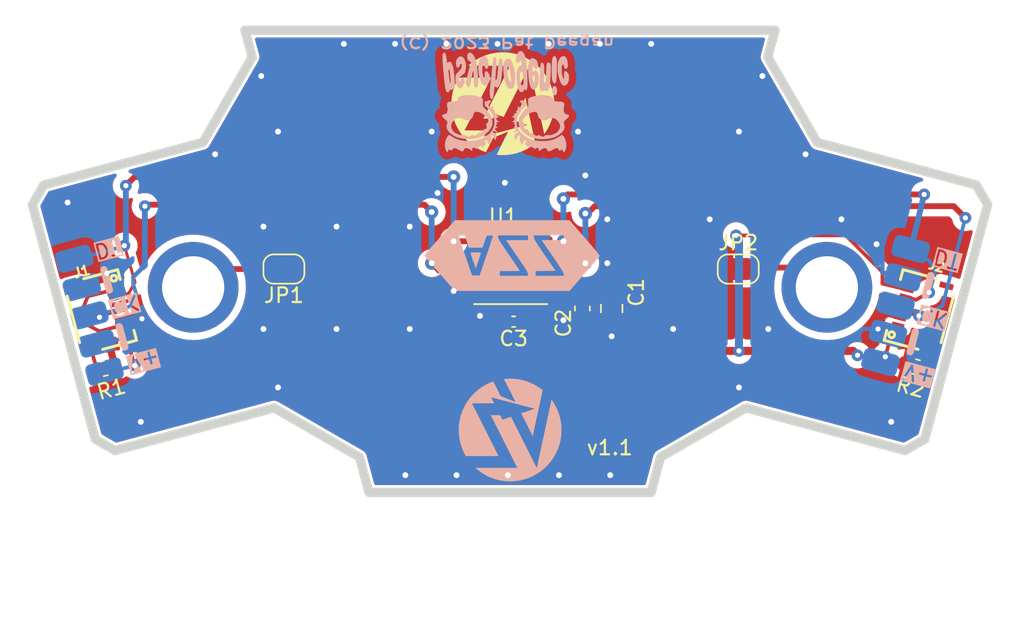
<source format=kicad_pcb>
(kicad_pcb (version 20221018) (generator pcbnew)
  (layers (0 "F.Cu" signal) (31 "B.Cu" signal) (34 "B.Paste" user) (35 "F.Paste" user) (36 "B.SilkS" user "B.Silkscreen") (37 "F.SilkS" user "F.Silkscreen") (38 "B.Mask" user) (39 "F.Mask" user) (44 "Edge.Cuts" user))
  (net 0 "")
  (net 1 "Vdrive")
  (net 2 "GND")
  (net 3 "/DAT_IN")
  (net 4 "/CLK_IN")
  (net 5 "Net-(J1-SHIELD-PadS1)")
  (net 6 "/DAT_OUT")
  (net 7 "/CLK_OUT")
  (net 8 "Net-(J2-SHIELD-PadS1)")
  (net 9 "/MH1")
  (net 10 "/MH2")
  (footprint "ASICTechno:GCT_FFC2B28-06-G" (layer "F.Cu") (at 110.685995 57.35 75)
    (fp_text reference "J2")
    (fp_text value "FFC2B28-06-G")
  )
  (footprint "flyingcarsfootprints:StitchingVia-0.4mmDrill" (layer "F.Cu") (at 100.285995 58.5)
    (fp_text reference "STITCHVIA17" hide)
    (fp_text value "StitchingVia-0.4mmDrill" hide)
  )
  (footprint "flyingcarsfootprints:StitchingVia-0.4mmDrill" (layer "F.Cu") (at 87.285995 45)
    (fp_text reference "STITCHVIA20" hide)
    (fp_text value "StitchingVia-0.4mmDrill" hide)
  )
  (footprint "flyingcarsfootprints:StitchingVia-0.4mmDrill" (layer "F.Cu") (at 57.407011 64.85)
    (fp_text reference "STITCHVIA" hide)
    (fp_text value "StitchingVia-0.4mmDrill" hide)
  )
  (footprint "flyingcarsfootprints:StitchingVia-0.4mmDrill" (layer "F.Cu") (at 70.785995 51.5)
    (fp_text reference "STITCHVIA18" hide)
    (fp_text value "StitchingVia-0.4mmDrill" hide)
  )
  (footprint "flyingcarsfootprints:StitchingVia-0.4mmDrill" (layer "F.Cu") (at 62.485995 46.55)
    (fp_text reference "STITCHVIA20" hide)
    (fp_text value "StitchingVia-0.4mmDrill" hide)
  )
  (footprint "Jumper:SolderJumper-2_P1.3mm_Bridged_RoundedPad1.0x1.5mm" (layer "F.Cu") (at 67.185995 54.4 180)
    (fp_text reference "JP1")
    (fp_text value "Jumper_2_Bridged")
  )
  (footprint "flyingcarsfootprints:StitchingVia-0.4mmDrill" (layer "F.Cu") (at 96.285995 51)
    (fp_text reference "STITCHVIA" hide)
    (fp_text value "StitchingVia-0.4mmDrill" hide)
  )
  (footprint "flyingcarsfootprints:StitchingVia-0.4mmDrill" (layer "F.Cu") (at 87.785995 48)
    (fp_text reference "STITCHVIA" hide)
    (fp_text value "StitchingVia-0.4mmDrill" hide)
  )
  (footprint "ASICTechno:Z2A_logo" (layer "F.Cu") (at 82.285995 43)
    (fp_text reference "REF**" hide)
    (fp_text value "Z2A_logo")
  )
  (footprint "ASICTechno:GCT_FFC2B28-06-G" (layer "F.Cu") (at 54.635995 57.35 -75)
    (fp_text reference "J1")
    (fp_text value "FFC2B28-06-G")
  )
  (footprint "flyingcarsfootprints:StitchingVia-0.4mmDrill" (layer "F.Cu") (at 65.785995 58.5)
    (fp_text reference "STITCHVIA14" hide)
    (fp_text value "StitchingVia-0.4mmDrill" hide)
  )
  (footprint "flyingcarsfootprints:StitchingVia-0.4mmDrill" (layer "F.Cu") (at 107.685995 52.7)
    (fp_text reference "STITCHVIA20" hide)
    (fp_text value "StitchingVia-0.4mmDrill" hide)
  )
  (footprint "Capacitor_SMD:C_0402_1005Metric" (layer "F.Cu") (at 82.885995 58 180)
    (fp_text reference "C3")
    (fp_text value "C")
  )
  (footprint "flyingcarsfootprints:StitchingVia-0.4mmDrill" (layer "F.Cu") (at 77.285995 45)
    (fp_text reference "STITCHVIA20" hide)
    (fp_text value "StitchingVia-0.4mmDrill" hide)
  )
  (footprint "flyingcarsfootprints:StitchingVia-0.4mmDrill" (layer "F.Cu") (at 65.785995 51.5)
    (fp_text reference "STITCHVIA17" hide)
    (fp_text value "StitchingVia-0.4mmDrill" hide)
  )
  (footprint "flyingcarsfootprints:StitchingVia-0.4mmDrill" (layer "F.Cu") (at 75.785995 51.5)
    (fp_text reference "STITCHVIA19" hide)
    (fp_text value "StitchingVia-0.4mmDrill" hide)
  )
  (footprint "flyingcarsfootprints:StitchingVia-0.4mmDrill" (layer "F.Cu") (at 102.835995 46.55)
    (fp_text reference "STITCHVIA20" hide)
    (fp_text value "StitchingVia-0.4mmDrill" hide)
  )
  (footprint "Jumper:SolderJumper-2_P1.3mm_Bridged_RoundedPad1.0x1.5mm" (layer "F.Cu") (at 98.235995 54.4)
    (fp_text reference "JP2")
    (fp_text value "Jumper_2_Bridged")
  )
  (footprint "flyingcarsfootprints:StitchingVia-0.4mmDrill" (layer "F.Cu") (at 82.285995 48.5)
    (fp_text reference "STITCHVIA17" hide)
    (fp_text value "StitchingVia-0.4mmDrill" hide)
  )
  (footprint "Capacitor_SMD:C_0603_1608Metric" (layer "F.Cu") (at 87.585995 57.1 -90)
    (fp_text reference "C2")
    (fp_text value "C")
  )
  (footprint "flyingcarsfootprints:StitchingVia-0.4mmDrill" (layer "F.Cu") (at 71.285995 39)
    (fp_text reference "STITCHVIA" hide)
    (fp_text value "StitchingVia-0.4mmDrill" hide)
  )
  (footprint "Capacitor_SMD:C_0603_1608Metric" (layer "F.Cu") (at 110.385995 61.1 165)
    (fp_text reference "R2")
    (fp_text value "0R")
  )
  (footprint "flyingcarsfootprints:StitchingVia-0.4mmDrill" (layer "F.Cu") (at 98.285995 62.5)
    (fp_text reference "STITCHVIA20" hide)
    (fp_text value "StitchingVia-0.4mmDrill" hide)
  )
  (footprint "flyingcarsfootprints:StitchingVia-0.4mmDrill" (layer "F.Cu") (at 89.485995 68.5)
    (fp_text reference "STITCHVIA12" hide)
    (fp_text value "StitchingVia-0.4mmDrill" hide)
  )
  (footprint "flyingcarsfootprints:StitchingVia-0.4mmDrill" (layer "F.Cu") (at 65.635995 41.2)
    (fp_text reference "STITCHVIA20" hide)
    (fp_text value "StitchingVia-0.4mmDrill" hide)
  )
  (footprint "flyingcarsfootprints:StitchingVia-0.4mmDrill" (layer "F.Cu") (at 75.785995 58.5)
    (fp_text reference "STITCHVIA16" hide)
    (fp_text value "StitchingVia-0.4mmDrill" hide)
  )
  (footprint "ASICTechno:OUTLINE_ANGLED_BOT" (layer "F.Cu") (at 50 50 -15)
    (fp_text reference "REF**" hide)
    (fp_text value "OUTLINE_ANGLED_BOT" hide)
    (fp_line (start 0 0) (end 0.65 1.125833) (stroke (width 0.635)) (layer "Edge.Cuts"))
    (fp_line (start 0.402628 -1.502628) (end 0 0) (stroke (width 0.635)) (layer "Edge.Cuts"))
    (fp_line (start 0.65 1.125833) (end 1.65 2.857883) (stroke (width 0.635)) (layer "Edge.Cuts"))
    (fp_line (start 1.65 2.857883) (end 6.65 11.518137) (stroke (width 0.635)) (layer "Edge.Cuts"))
    (fp_line (start 6.508107 -5.027628) (end 0.402628 -1.502628) (stroke (width 0.635)) (layer "Edge.Cuts"))
    (fp_line (start 6.65 11.518137) (end 7.65 13.250188) (stroke (width 0.635)) (layer "Edge.Cuts"))
    (fp_line (start 7.65 13.250188) (end 8.3 14.376021) (stroke (width 0.635)) (layer "Edge.Cuts"))
    (fp_line (start 8.240158 -6.027628) (end 6.508107 -5.027628) (stroke (width 0.635)) (layer "Edge.Cuts"))
    (fp_line (start 8.3 14.376021) (end 9.802628 14.778649) (stroke (width 0.635)) (layer "Edge.Cuts"))
    (fp_line (start 9.802628 14.778649) (end 19.514422 9.171542) (stroke (width 0.635)) (layer "Edge.Cuts"))
    (fp_line (start 10.114422 -7.109735) (end 8.240158 -6.027628) (stroke (width 0.635)) (layer "Edge.Cuts"))
    (fp_line (start 10.944273 -15.286605) (end 11.873945 -13.676365) (stroke (width 0.635)) (layer "Edge.Cuts"))
    (fp_line (start 10.944273 -15.286605) (end 45.93223 -24.6616) (stroke (width 0.635)) (layer "Edge.Cuts"))
    (fp_line (start 11.883935 -13.600483) (end 10.161015 -7.170456) (stroke (width 0.635)) (layer "Edge.Cuts"))
    (fp_line (start 19.590304 9.161552) (end 26.020331 10.884473) (stroke (width 0.635)) (layer "Edge.Cuts"))
    (fp_line (start 26.081052 10.931066) (end 27.305469 13.051818) (stroke (width 0.635)) (layer "Edge.Cuts"))
    (fp_line (start 27.305469 13.051818) (end 45.93223 8.060792) (stroke (width 0.635)) (layer "Edge.Cuts"))
    (fp_line (start 45.93223 -24.6616) (end 45.93223 -22.802255) (stroke (width 0.635)) (layer "Edge.Cuts"))
    (fp_line (start 45.93223 8.060792) (end 45.93223 5.611959) (stroke (width 0.635)) (layer "Edge.Cuts"))
    (fp_line (start 45.961519 -22.731544) (end 50.668626 -18.024438) (stroke (width 0.635)) (layer "Edge.Cuts"))
    (fp_line (start 45.961519 5.541248) (end 50.668626 0.834141) (stroke (width 0.635)) (layer "Edge.Cuts"))
    (fp_line (start 50.739337 0.804852) (end 61.95355 0.804852) (stroke (width 0.635)) (layer "Edge.Cuts"))
    (fp_line (start 61.95355 -17.995148) (end 50.739337 -17.995148) (stroke (width 0.635)) (layer "Edge.Cuts"))
    (fp_line (start 61.95355 0.804852) (end 63.05355 -0.295148) (stroke (width 0.635)) (layer "Edge.Cuts"))
    (fp_line (start 63.05355 -16.895148) (end 61.95355 -17.995148) (stroke (width 0.635)) (layer "Edge.Cuts"))
    (fp_line (start 63.05355 -15.595148) (end 63.05355 -16.895148) (stroke (width 0.635)) (layer "Edge.Cuts"))
    (fp_line (start 63.05355 -13.595148) (end 63.05355 -15.595148) (stroke (width 0.635)) (layer "Edge.Cuts"))
    (fp_line (start 63.05355 -3.595148) (end 63.05355 -13.595148) (stroke (width 0.635)) (layer "Edge.Cuts"))
    (fp_line (start 63.05355 -1.595148) (end 63.05355 -3.595148) (stroke (width 0.635)) (layer "Edge.Cuts"))
    (fp_line (start 63.05355 -0.295148) (end 63.05355 -1.595148) (stroke (width 0.635)) (layer "Edge.Cuts"))
    (fp_arc (start 10.161015 -7.170456) (mid 10.143769 -7.135449) (end 10.114422 -7.109735) (stroke (width 0.635)) (layer "Edge.Cuts"))
    (fp_arc (start 11.873945 -13.676365) (mid 11.886506 -13.63942) (end 11.883935 -13.600483) (stroke (width 0.635)) (layer "Edge.Cuts"))
    (fp_arc (start 19.514422 9.171542) (mid 19.551368 9.15899) (end 19.590304 9.161552) (stroke (width 0.635)) (layer "Edge.Cuts"))
    (fp_arc (start 26.020331 10.884473) (mid 26.055329 10.901725) (end 26.081052 10.931066) (stroke (width 0.635)) (layer "Edge.Cuts"))
    (fp_arc (start 45.93223 5.611959) (mid 45.939851 5.573695) (end 45.961519 5.541248) (stroke (width 0.635)) (layer "Edge.Cuts"))
    (fp_arc (start 45.961519 -22.731544) (mid 45.939863 -22.763993) (end 45.93223 -22.802255) (stroke (width 0.635)) (layer "Edge.Cuts"))
    (fp_arc (start 50.668626 0.834141) (mid 50.701068 0.812465) (end 50.739337 0.804852) (stroke (width 0.635)) (layer "Edge.Cuts"))
    (fp_arc (start 50.739337 -17.995148) (mid 50.701073 -18.002772) (end 50.668626 -18.024438) (stroke (width 0.635)) (layer "Edge.Cuts"))
  )
  (footprint "flyingcarsfootprints:StitchingVia-0.4mmDrill" (layer "F.Cu") (at 74.785995 39)
    (fp_text reference "STITCHVIA1" hide)
    (fp_text value "StitchingVia-0.4mmDrill" hide)
  )
  (footprint "flyingcarsfootprints:StitchingVia-0.4mmDrill" (layer "F.Cu") (at 99.885995 41.2)
    (fp_text reference "STITCHVIA20" hide)
    (fp_text value "StitchingVia-0.4mmDrill" hide)
  )
  (footprint "flyingcarsfootprints:StitchingVia-0.4mmDrill" (layer "F.Cu") (at 75.485995 68.5)
    (fp_text reference "STITCHVIA8" hide)
    (fp_text value "StitchingVia-0.4mmDrill" hide)
  )
  (footprint "flyingcarsfootprints:StitchingVia-0.4mmDrill" (layer "F.Cu") (at 108.685995 64.85)
    (fp_text reference "STITCHVIA" hide)
    (fp_text value "StitchingVia-0.4mmDrill" hide)
  )
  (footprint "flyingcarsfootprints:StitchingVia-0.4mmDrill" (layer "F.Cu") (at 85.285995 39)
    (fp_text reference "STITCHVIA4" hide)
    (fp_text value "StitchingVia-0.4mmDrill" hide)
  )
  (footprint "Capacitor_SMD:C_0603_1608Metric" (layer "F.Cu") (at 54.885995 61.2 15)
    (fp_text reference "R1")
    (fp_text value "0R")
  )
  (footprint "flyingcarsfootprints:StitchingVia-0.4mmDrill" (layer "F.Cu") (at 78.985995 68.5)
    (fp_text reference "STITCHVIA9" hide)
    (fp_text value "StitchingVia-0.4mmDrill" hide)
  )
  (footprint "flyingcarsfootprints:StitchingVia-0.4mmDrill" (layer "F.Cu") (at 70.785995 58.5)
    (fp_text reference "STITCHVIA15" hide)
    (fp_text value "StitchingVia-0.4mmDrill" hide)
  )
  (footprint "flyingcarsfootprints:StitchingVia-0.4mmDrill" (layer "F.Cu") (at 78.285995 39)
    (fp_text reference "STITCHVIA2" hide)
    (fp_text value "StitchingVia-0.4mmDrill" hide)
  )
  (footprint "flyingcarsfootprints:StitchingVia-0.4mmDrill" (layer "F.Cu") (at 66.785995 62.5)
    (fp_text reference "STITCHVIA20" hide)
    (fp_text value "StitchingVia-0.4mmDrill" hide)
  )
  (footprint "flyingcarsfootprints:StitchingVia-0.4mmDrill" (layer "F.Cu") (at 93.785995 58.5)
    (fp_text reference "STITCHVIA17" hide)
    (fp_text value "StitchingVia-0.4mmDrill" hide)
  )
  (footprint "flyingcarsfootprints:StitchingVia-0.4mmDrill" (layer "F.Cu") (at 88.785995 39)
    (fp_text reference "STITCHVIA5" hide)
    (fp_text value "StitchingVia-0.4mmDrill" hide)
  )
  (footprint "flyingcarsfootprints:StitchingVia-0.4mmDrill" (layer "F.Cu") (at 66.785995 45)
    (fp_text reference "STITCHVIA20" hide)
    (fp_text value "StitchingVia-0.4mmDrill" hide)
  )
  (footprint "flyingcarsfootprints:StitchingVia-0.4mmDrill" (layer "F.Cu") (at 77.685995 49.2)
    (fp_text reference "STITCHVIA" hide)
    (fp_text value "StitchingVia-0.4mmDrill" hide)
  )
  (footprint "Capacitor_SMD:C_0805_2012Metric" (layer "F.Cu") (at 89.585995 57.1 -90)
    (fp_text reference "C1")
    (fp_text value "C")
  )
  (footprint "flyingcarsfootprints:StitchingVia-0.4mmDrill" (layer "F.Cu") (at 52.407011 49.85)
    (fp_text reference "STITCHVIA20" hide)
    (fp_text value "StitchingVia-0.4mmDrill" hide)
  )
  (footprint "flyingcarsfootprints:StitchingVia-0.4mmDrill" (layer "F.Cu") (at 98.285995 45)
    (fp_text reference "STITCHVIA20" hide)
    (fp_text value "StitchingVia-0.4mmDrill" hide)
  )
  (footprint "flyingcarsfootprints:StitchingVia-0.4mmDrill" (layer "F.Cu") (at 85.985995 68.5)
    (fp_text reference "STITCHVIA11" hide)
    (fp_text value "StitchingVia-0.4mmDrill" hide)
  )
  (footprint "ASICTechno:SON160P500X500X140-6N" (layer "F.Cu") (at 82.685995 54.3)
    (fp_text reference "U1")
    (fp_text value "APA102C")
  )
  (footprint "flyingcarsfootprints:StitchingVia-0.4mmDrill" (layer "F.Cu") (at 92.285995 39)
    (fp_text reference "STITCHVIA6" hide)
    (fp_text value "StitchingVia-0.4mmDrill" hide)
  )
  (footprint "flyingcarsfootprints:StitchingVia-0.4mmDrill" (layer "F.Cu") (at 81.785995 39)
    (fp_text reference "STITCHVIA3" hide)
    (fp_text value "StitchingVia-0.4mmDrill" hide)
  )
  (footprint "flyingcarsfootprints:StitchingVia-0.4mmDrill" (layer "F.Cu") (at 89.285995 51)
    (fp_text reference "STITCHVIA20" hide)
    (fp_text value "StitchingVia-0.4mmDrill" hide)
  )
  (footprint "flyingcarsfootprints:StitchingVia-0.4mmDrill" (layer "F.Cu") (at 89.285995 54)
    (fp_text reference "STITCHVIA" hide)
    (fp_text value "StitchingVia-0.4mmDrill" hide)
  )
  (footprint "flyingcarsfootprints:StitchingVia-0.4mmDrill" (layer "F.Cu") (at 82.485995 68.5)
    (fp_text reference "STITCHVIA10" hide)
    (fp_text value "StitchingVia-0.4mmDrill" hide)
  )
  (footprint "flyingcarsfootprints:StitchingVia-0.4mmDrill" (layer "F.Cu") (at 105.285995 51)
    (fp_text reference "STITCHVIA20" hide)
    (fp_text value "StitchingVia-0.4mmDrill" hide)
  )
  (footprint "ASICTechno:LEDStringPads" (layer "B.Cu") (at 54.135995 57.5 -75)
    (fp_text reference "J4" hide)
    (fp_text value "LEDStringPads")
  )
  (footprint "ASICTechno:azz_logo_sm" (layer "B.Cu") (at 82.785995 53.5)
    (fp_text reference "G***" hide)
    (fp_text value "LOGO" hide)
  )
  (footprint "ASICTechno:Z2A_logo" (layer "B.Cu") (at 82.785995 65.5)
    (fp_text reference "REF**" hide)
    (fp_text value "Z2A_logo")
  )
  (footprint "ASICTechno:LEDStringPads" (layer "B.Cu") (at 108.744514 56.835296 75)
    (fp_text reference "J3" hide)
    (fp_text value "LEDStringPads")
  )
  (footprint "flyingcarsfootprints:PsychoLogoPad" (layer "B.Cu") (at 82.285995 43)
    (fp_text reference "G***" hide)
    (fp_text value "LOGO" hide)
  )
  (footprint "flyingcarsfootprints:PsychoLogoSmall" (layer "B.Cu") (at 82.285995 43)
    (fp_text reference "G***" hide)
    (fp_text value "LOGO" hide)
  )
  (gr_line (start 111.385995 54.85) (end 111.035995 56.2) (stroke (width 0.5)) (layer "B.SilkS"))
  (gr_line (start 55.935995 58.35) (end 56.310995 59.725) (stroke (width 0.5)) (layer "B.SilkS"))
  (gr_line (start 54.885995 54.45) (end 55.260995 55.825) (stroke (width 0.5)) (layer "B.SilkS"))
  (gr_line (start 110.335995 58.7) (end 109.985995 60.05) (stroke (width 0.5)) (layer "B.SilkS"))
  (gr_text "DT" (at 54.035995 52.7 195) (layer "B.SilkS" knockout) (effects (font (size 1 1)) (justify left bottom mirror)))
  (gr_text "V+" (at 56.385995 60.4 195) (layer "B.SilkS" knockout) (effects (font (size 1 1)) (justify left bottom mirror)))
  (gr_text "CK" (at 110.635995 56.85 165) (layer "B.SilkS" knockout) (effects (font (size 1 1)) (justify left bottom mirror)))
  (gr_text "CK" (at 55.085995 56.6 195) (layer "B.SilkS" knockout) (effects (font (size 1 1)) (justify left bottom mirror)))
  (gr_text "DT" (at 111.685995 52.9 165) (layer "B.SilkS" knockout) (effects (font (size 1 1)) (justify left bottom mirror)))
  (gr_text "(C) 2023 Pat Deegan" (at 74.985995 38.5 180) (layer "B.SilkS") (effects (font (size 0.7 0.9)) (justify left bottom mirror)))
  (gr_text "V+" (at 109.635995 60.75 165) (layer "B.SilkS" knockout) (effects (font (size 1 1)) (justify left bottom mirror)))
  (gr_text "v1.1" (at 87.785995 67.2) (layer "F.SilkS") (effects (font (size 1 1)) (justify left bottom)))
  (segment (start 83.365995 59.88) (end 83.485995 60) (width 0.3) (layer "F.Cu") (net 1))
  (segment (start 57.985995 60) (end 56.985995 61) (width 0.55) (layer "F.Cu") (net 1))
  (segment (start 106.085995 60) (end 98.685995 60) (width 0.55) (layer "F.Cu") (net 1))
  (segment (start 91.485995 58.05) (end 89.585995 56.15) (width 0.4) (layer "F.Cu") (net 1))
  (segment (start 53.785995 56.269973) (end 53.485995 57) (width 0.25) (layer "F.Cu") (net 1))
  (segment (start 91.485995 60) (end 91.485995 58.05) (width 0.4) (layer "F.Cu") (net 1))
  (segment (start 108.085995 54.599884) (end 105.586111 52.1) (width 0.25) (layer "F.Cu") (net 1))
  (segment (start 83.365995 57.32) (end 84.785995 55.9) (width 0.3) (layer "F.Cu") (net 1))
  (segment (start 98.285995 60) (end 83.485995 60) (width 0.55) (layer "F.Cu") (net 1))
  (segment (start 98.685995 60) (end 98.285995 60) (width 0.55) (layer "F.Cu") (net 1))
  (segment (start 108.885995 58.2) (end 108.285995 60.4) (width 0.25) (layer "F.Cu") (net 1))
  (segment (start 89.410995 56.325) (end 89.585995 56.15) (width 0.3) (layer "F.Cu") (net 1))
  (segment (start 84.785995 55.9) (end 84.835995 55.9) (width 0.3) (layer "F.Cu") (net 1))
  (segment (start 84.835995 55.9) (end 87.160995 55.9) (width 0.3) (layer "F.Cu") (net 1))
  (segment (start 109.802112 55.819069) (end 108.085995 55.4) (width 0.25) (layer "F.Cu") (net 1))
  (segment (start 54.585995 58.663975) (end 56.166926 58.233883) (width 0.25) (layer "F.Cu") (net 1))
  (segment (start 56.166926 58.233883) (end 56.985995 61) (width 0.25) (layer "F.Cu") (net 1))
  (segment (start 83.365995 58) (end 83.365995 57.32) (width 0.3) (layer "F.Cu") (net 1))
  (segment (start 105.586111 52.1) (end 98.085995 52.1) (width 0.25) (layer "F.Cu") (net 1))
  (segment (start 106.385995 60.3) (end 106.085995 60) (width 0.55) (layer "F.Cu") (net 1))
  (segment (start 54.585995 58.663975) (end 53.919328 58.3) (width 0.25) (layer "F.Cu") (net 1))
  (segment (start 109.155064 58.233883) (end 108.885995 58.2) (width 0.25) (layer "F.Cu") (net 1))
  (segment (start 53.485995 57) (end 53.919328 58.3) (width 0.25) (layer "F.Cu") (net 1))
  (segment (start 83.365995 58) (end 83.365995 59.88) (width 0.3) (layer "F.Cu") (net 1))
  (segment (start 83.485995 60) (end 57.985995 60) (width 0.55) (layer "F.Cu") (net 1))
  (segment (start 87.585995 56.325) (end 89.410995 56.325) (width 0.3) (layer "F.Cu") (net 1))
  (segment (start 108.085995 55.4) (end 108.085995 54.599884) (width 0.25) (layer "F.Cu") (net 1))
  (segment (start 87.160995 55.9) (end 87.585995 56.325) (width 0.3) (layer "F.Cu") (net 1))
  (segment (start 55.519878 55.819069) (end 53.785995 56.269973) (width 0.25) (layer "F.Cu") (net 1))
  (via (at 98.285995 60) (size 0.8) (drill 0.35) (layers "F.Cu" "B.Cu") (net 1))
  (via (at 56.985995 61) (size 0.8) (drill 0.35) (layers "F.Cu" "B.Cu") (net 1))
  (via (at 106.385995 60.3) (size 0.8) (drill 0.35) (layers "F.Cu" "B.Cu") (net 1))
  (via (at 108.285995 60.4) (size 0.8) (drill 0.35) (layers "F.Cu" "B.Cu") (net 1))
  (via (at 98.085995 52.1) (size 0.8) (drill 0.35) (layers "F.Cu" "B.Cu") (net 1))
  (segment (start 98.285995 60) (end 98.285995 52.3) (width 0.55) (layer "B.Cu") (net 1))
  (segment (start 98.285995 52.3) (end 98.085995 52.1) (width 0.55) (layer "B.Cu") (net 1))
  (segment (start 54.700806 61.578408) (end 56.985995 61) (width 0.25) (layer "B.Cu") (net 1))
  (segment (start 107.950719 60.763704) (end 106.385995 60.3) (width 0.25) (layer "B.Cu") (net 1))
  (segment (start 107.950719 60.763704) (end 108.285995 60.4) (width 0.25) (layer "B.Cu") (net 1))
  (segment (start 87.585995 57.875) (end 89.410995 57.875) (width 0.25) (layer "F.Cu") (net 2))
  (segment (start 82.405995 58) (end 80.985995 58) (width 0.25) (layer "F.Cu") (net 2))
  (segment (start 109.284473 57.750921) (end 108.485995 57.550558) (width 0.25) (layer "F.Cu") (net 2))
  (segment (start 80.985995 58) (end 80.585995 57.6) (width 0.25) (layer "F.Cu") (net 2))
  (segment (start 107.585995 58.5) (end 108.043138 56.9) (width 0.25) (layer "F.Cu") (net 2))
  (segment (start 56.985995 57.525) (end 57.485995 57.8) (width 0.25) (layer "F.Cu") (net 2))
  (segment (start 89.585995 58.05) (end 89.585995 59) (width 0.25) (layer "F.Cu") (net 2))
  (segment (start 108.685995 56.541824) (end 108.043138 56.9) (width 0.25) (layer "F.Cu") (net 2))
  (segment (start 55.778698 56.784995) (end 57.185995 56.4) (width 0.25) (layer "F.Cu") (net 2))
  (segment (start 86.310995 57.875) (end 86.285995 57.9) (width 0.25) (layer "F.Cu") (net 2))
  (segment (start 89.410995 57.875) (end 89.585995 58.05) (width 0.25) (layer "F.Cu") (net 2))
  (segment (start 107.722359 58) (end 108.485995 57.550558) (width 0.25) (layer "F.Cu") (net 2))
  (segment (start 57.185995 56.4) (end 57.485995 57.8) (width 0.25) (layer "F.Cu") (net 2))
  (segment (start 107.722359 58) (end 107.585995 58.5) (width 0.25) (layer "F.Cu") (net 2))
  (segment (start 109.543292 56.784995) (end 108.685995 56.541824) (width 0.25) (layer "F.Cu") (net 2))
  (segment (start 80.535995 55.9) (end 78.785995 55.9) (width 0.25) (layer "F.Cu") (net 2))
  (segment (start 56.037517 57.750921) (end 56.985995 57.525) (width 0.25) (layer "F.Cu") (net 2))
  (segment (start 55.634588 60.999415) (end 56.385995 63.5) (width 0.25) (layer "F.Cu") (net 2))
  (segment (start 87.585995 57.875) (end 86.310995 57.875) (width 0.25) (layer "F.Cu") (net 2))
  (via (at 57.485995 57.8) (size 0.8) (drill 0.35) (layers "F.Cu" "B.Cu") (net 2))
  (via (at 86.285995 57.9) (size 0.9) (drill 0.4) (layers "F.Cu" "B.Cu") (net 2))
  (via (at 55.085995 54.7) (size 0.8) (drill 0.35) (layers "F.Cu" "B.Cu") (net 2))
  (via (at 107.785995 58.5) (size 0.8) (drill 0.35) (layers "F.Cu" "B.Cu") (net 2))
  (via (at 78.785995 55.9) (size 0.9) (drill 0.4) (layers "F.Cu" "B.Cu") (net 2))
  (via (at 80.585995 57.6) (size 0.9) (drill 0.4) (layers "F.Cu" "B.Cu") (net 2))
  (via (at 89.585995 59) (size 0.9) (drill 0.4) (layers "F.Cu" "B.Cu") (net 2))
  (segment (start 106.735995 58.5) (end 105.635995 59.6) (width 0.3) (layer "B.Cu") (net 2))
  (segment (start 101.385995 59.6) (end 100.285995 58.5) (width 0.3) (layer "B.Cu") (net 2))
  (segment (start 54.183168 59.646556) (end 57.585995 58.8) (width 0.25) (layer "B.Cu") (net 2))
  (segment (start 108.085995 54.636277) (end 109.503634 54.968149) (width 0.3) (layer "B.Cu") (net 2))
  (segment (start 107.685995 52.7) (end 108.085995 53.1) (width 0.3) (layer "B.Cu") (net 2))
  (segment (start 53.34519 56.2505) (end 53.34519 55.961821) (width 0.25) (layer "B.Cu") (net 2))
  (segment (start 55.785995 54.7) (end 55.085995 54.7) (width 0.25) (layer "B.Cu") (net 2))
  (segment (start 53.985995 55) (end 55.085995 54.7) (width 0.25) (layer "B.Cu") (net 2))
  (segment (start 108.085995 53.1) (end 108.085995 54.636277) (width 0.3) (layer "B.Cu") (net 2))
  (segment (start 107.785995 58.5) (end 106.735995 58.5) (width 0.3) (layer "B.Cu") (net 2))
  (segment (start 53.147891 55.782853) (end 53.985995 55) (width 0.25) (layer "B.Cu") (net 2))
  (segment (start 105.635995 59.6) (end 101.385995 59.6) (width 0.3) (layer "B.Cu") (net 2))
  (segment (start 53.34519 55.961821) (end 53.657011 55.65) (width 0.25) (layer "B.Cu") (net 2))
  (segment (start 56.585995 48.5) (end 56.385995 48.7) (width 0.4) (layer "F.Cu") (net 3))
  (segment (start 57.011801 55.3) (end 56.285995 52.8) (width 0.2) (layer "F.Cu") (net 3))
  (segment (start 57.011801 55.3) (end 56.585995 56.056971) (width 0.2) (layer "F.Cu") (net 3))
  (segment (start 80.335995 52.5) (end 80.535995 52.7) (width 0.4) (layer "F.Cu") (net 3))
  (segment (start 56.985995 48.1) (end 78.785995 48.1) (width 0.4) (layer "F.Cu") (net 3))
  (segment (start 56.585995 48.5) (end 56.985995 48.1) (width 0.4) (layer "F.Cu") (net 3))
  (segment (start 78.785995 52.5) (end 80.335995 52.5) (width 0.4) (layer "F.Cu") (net 3))
  (segment (start 55.649288 56.302032) (end 56.585995 56.056971) (width 0.2) (layer "F.Cu") (net 3))
  (via (at 56.385995 48.7) (size 0.8) (drill 0.35) (layers "F.Cu" "B.Cu") (net 3))
  (via (at 78.785995 52.5) (size 0.9) (drill 0.4) (layers "F.Cu" "B.Cu") (net 3))
  (via (at 78.785995 48.1) (size 0.9) (drill 0.4) (layers "F.Cu" "B.Cu") (net 3))
  (via (at 56.285995 52.8) (size 0.8) (drill 0.35) (layers "F.Cu" "B.Cu") (net 3))
  (segment (start 52.630253 53.851001) (end 56.385995 52.8) (width 0.25) (layer "B.Cu") (net 3))
  (segment (start 56.385995 52.7) (end 56.285995 52.8) (width 0.4) (layer "B.Cu") (net 3))
  (segment (start 56.385995 48.7) (end 56.385995 52.7) (width 0.4) (layer "B.Cu") (net 3))
  (segment (start 78.785995 52.5) (end 78.785995 48.1) (width 0.4) (layer "B.Cu") (net 3))
  (segment (start 77.285995 54) (end 77.785995 54.5) (width 0.4) (layer "F.Cu") (net 4))
  (segment (start 80.335995 54.5) (end 80.535995 54.3) (width 0.4) (layer "F.Cu") (net 4))
  (segment (start 77.785995 54.5) (end 80.335995 54.5) (width 0.4) (layer "F.Cu") (net 4))
  (segment (start 57.685995 50) (end 76.785995 50) (width 0.4) (layer "F.Cu") (net 4))
  (segment (start 76.785995 50) (end 77.285995 50.5) (width 0.4) (layer "F.Cu") (net 4))
  (segment (start 57.685995 50) (end 57.685995 50.1) (width 0.4) (layer "F.Cu") (net 4))
  (segment (start 55.908107 57.267958) (end 54.685995 57.6) (width 0.2) (layer "F.Cu") (net 4))
  (via (at 77.285995 50.5) (size 0.9) (drill 0.4) (layers "F.Cu" "B.Cu") (net 4))
  (via (at 77.285995 54) (size 0.9) (drill 0.4) (layers "F.Cu" "B.Cu") (net 4))
  (via (at 57.685995 50.1) (size 0.8) (drill 0.35) (layers "F.Cu" "B.Cu") (net 4))
  (via (at 54.585995 57.7) (size 0.8) (drill 0.35) (layers "F.Cu" "B.Cu") (net 4))
  (segment (start 53.66553 57.714705) (end 56.685995 56.951589) (width 0.25) (layer "B.Cu") (net 4))
  (segment (start 57.685995 50.1) (end 57.685995 54.151912) (width 0.4) (layer "B.Cu") (net 4))
  (segment (start 56.885995 54.951912) (end 57.551992 54.285915) (width 0.3) (layer "B.Cu") (net 4))
  (segment (start 53.607011 57.65) (end 53.107011 58.15) (width 0.4) (layer "B.Cu") (net 4))
  (segment (start 56.685995 56.951589) (end 57.085995 56.1) (width 0.25) (layer "B.Cu") (net 4))
  (segment (start 77.285995 50.5) (end 77.285995 54) (width 0.4) (layer "B.Cu") (net 4))
  (segment (start 56.885995 55.4) (end 56.885995 54.951912) (width 0.25) (layer "B.Cu") (net 4))
  (segment (start 57.085995 56.1) (end 56.885995 55.4) (width 0.25) (layer "B.Cu") (net 4))
  (segment (start 57.685995 54.151912) (end 57.551992 54.285915) (width 0.4) (layer "B.Cu") (net 4))
  (segment (start 53.657011 57.65) (end 53.607011 57.65) (width 0.4) (layer "B.Cu") (net 4))
  (segment (start 54.137402 61.400585) (end 54.455995 61.4) (width 0.25) (layer "F.Cu") (net 5))
  (segment (start 54.455995 61.4) (end 54.485995 61.5) (width 0.25) (layer "F.Cu") (net 5))
  (segment (start 54.185995 60.5) (end 54.455995 61.4) (width 0.25) (layer "F.Cu") (net 5))
  (segment (start 53.99799 59.798561) (end 54.185995 60.5) (width 0.25) (layer "F.Cu") (net 5))
  (segment (start 111.285995 56) (end 110.385995 56.502888) (width 0.25) (layer "F.Cu") (net 6))
  (segment (start 86.585997 49.3) (end 86.285995 49.600002) (width 0.4) (layer "F.Cu") (net 6))
  (segment (start 84.835995 52.7) (end 86.085995 52.7) (width 0.4) (layer "F.Cu") (net 6))
  (segment (start 110.941707 49.3) (end 86.585997 49.3) (width 0.4) (layer "F.Cu") (net 6))
  (segment (start 86.085995 52.7) (end 86.285995 52.5) (width 0.4) (layer "F.Cu") (net 6))
  (segment (start 109.672702 56.302032) (end 110.385995 56.502888) (width 0.25) (layer "F.Cu") (net 6))
  (via (at 86.285995 49.600002) (size 0.9) (drill 0.4) (layers "F.Cu" "B.Cu") (net 6))
  (via (at 111.285995 56) (size 0.8) (drill 0.35) (layers "F.Cu" "B.Cu") (net 6))
  (via (at 110.941707 49.3) (size 0.8) (drill 0.35) (layers "F.Cu" "B.Cu") (net 6))
  (via (at 86.285995 52.5) (size 0.9) (drill 0.4) (layers "F.Cu" "B.Cu") (net 6))
  (segment (start 111.285995 53.8) (end 111.705995 54.6) (width 0.25) (layer "B.Cu") (net 6))
  (segment (start 111.285995 56) (end 111.705995 54.6) (width 0.25) (layer "B.Cu") (net 6))
  (segment (start 110.941707 49.3) (end 110.021272 53.036297) (width 0.4) (layer "B.Cu") (net 6))
  (segment (start 111.285995 53.8) (end 110.985995 53.7) (width 0.25) (layer "B.Cu") (net 6))
  (segment (start 86.285995 52.5) (end 86.285995 49.600002) (width 0.4) (layer "B.Cu") (net 6))
  (segment (start 88.434523 50.1) (end 87.934523 50.6) (width 0.4) (layer "F.Cu") (net 7))
  (segment (start 87.934523 50.6) (end 87.785995 50.6) (width 0.4) (layer "F.Cu") (net 7))
  (segment (start 109.413883 57.267958) (end 110.585995 57.6) (width 0.25) (layer "F.Cu") (net 7))
  (segment (start 113.759908 50.9) (end 112.959908 50.1) (width 0.4) (layer "F.Cu") (net 7))
  (segment (start 112.959908 50.1) (end 88.434523 50.1) (width 0.4) (layer "F.Cu") (net 7))
  (segment (start 87.485995 54.3) (end 87.785995 54) (width 0.4) (layer "F.Cu") (net 7))
  (segment (start 84.835995 54.3) (end 87.485995 54.3) (width 0.4) (layer "F.Cu") (net 7))
  (via (at 87.785995 50.6) (size 0.9) (drill 0.4) (layers "F.Cu" "B.Cu") (net 7))
  (via (at 113.759908 50.9) (size 0.8) (drill 0.35) (layers "F.Cu" "B.Cu") (net 7))
  (via (at 87.785995 54) (size 0.9) (drill 0.4) (layers "F.Cu" "B.Cu") (net 7))
  (via (at 110.585995 57.6) (size 0.8) (drill 0.35) (layers "F.Cu" "B.Cu") (net 7))
  (segment (start 112.194691 56.9) (end 113.759908 50.9) (width 0.25) (layer "B.Cu") (net 7))
  (segment (start 113.759908 50.9) (end 113.785995 50.8) (width 0.25) (layer "B.Cu") (net 7))
  (segment (start 110.685995 57.353334) (end 111.185995 57.486667) (width 0.25) (layer "B.Cu") (net 7))
  (segment (start 110.585995 57.6) (end 110.685995 57.353334) (width 0.25) (layer "B.Cu") (net 7))
  (segment (start 112.194691 56.9) (end 111.185995 57.486667) (width 0.25) (layer "B.Cu") (net 7))
  (segment (start 108.985995 56.900001) (end 110.685995 57.353334) (width 0.25) (layer "B.Cu") (net 7))
  (segment (start 87.785995 54) (end 87.785995 50.6) (width 0.4) (layer "B.Cu") (net 7))
  (segment (start 111.134588 61.300585) (end 110.885995 61.4) (width 0.25) (layer "F.Cu") (net 8))
  (segment (start 111.324 59.798561) (end 110.885995 61.4) (width 0.25) (layer "F.Cu") (net 8))
  (segment (start 66.535995 54.4) (end 62.05 54.4) (width 0.4) (layer "F.Cu") (net 9))
  (segment (start 60.671016 57.75) (end 60.571016 57.65) (width 0.4) (layer "F.Cu") (net 9))
  (segment (start 98.885995 54.4) (end 98.985995 54.3) (width 0.4) (layer "F.Cu") (net 10))
  (segment (start 98.985995 54.3) (end 103.45 54.3) (width 0.4) (layer "F.Cu") (net 10))
  (zone (net 2) (net_name "GND") (layers "F&B.Cu") (name "GNDFILL") (connect_pads (clearance 0.5)) (min_thickness 0.25) (fill yes (thermal_gap 0.5) (thermal_bridge_width 0.5))
    (polygon (pts (xy 47.785995 36) (xy 47.785995 76) (xy 117.785995 76) (xy 117.785995 36)))
  )
)
</source>
